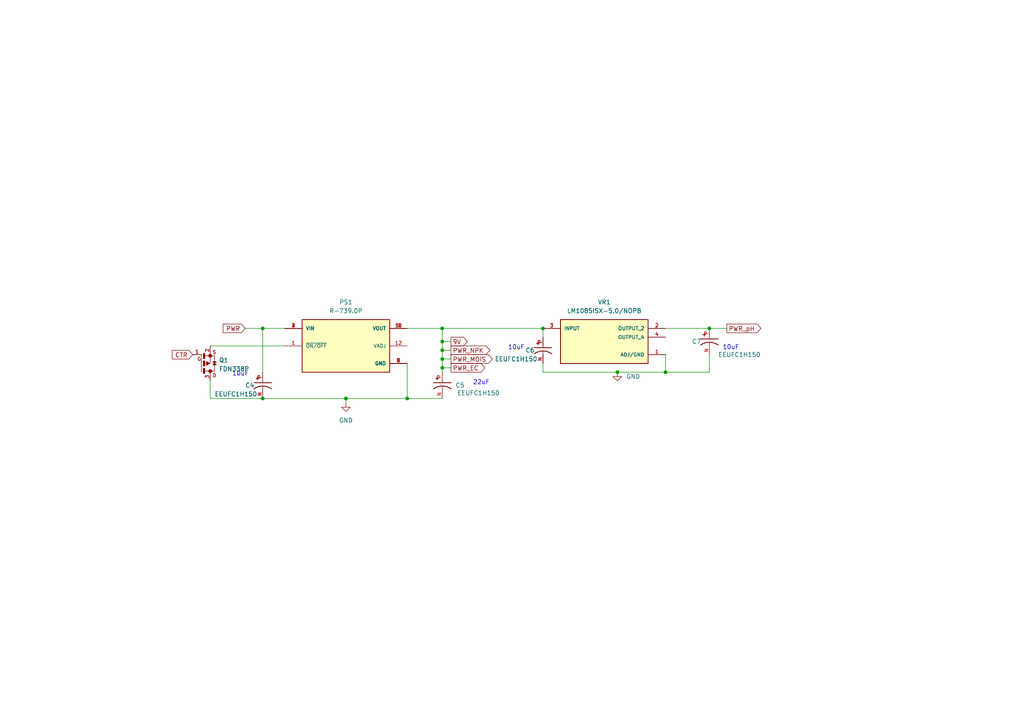
<source format=kicad_sch>
(kicad_sch (version 20211123) (generator eeschema)

  (uuid a23b6d0f-5c18-4aff-84b3-43ecffa1e2e6)

  (paper "A4")

  (title_block
    (title "Conversores")
    (date "2023-06-17")
    (company "UC3M")
    (comment 1 "Alimentación necesaria para el circuito y para los sensores de suelo.")
  )

  (lib_symbols
    (symbol "EEUFC1H150:EEUFC1H150" (pin_names (offset 1.016)) (in_bom yes) (on_board yes)
      (property "Reference" "C" (id 0) (at -2.54 3.81 0)
        (effects (font (size 1.27 1.27)) (justify left bottom))
      )
      (property "Value" "EEUFC1H150" (id 1) (at -2.54 -5.08 0)
        (effects (font (size 1.27 1.27)) (justify left bottom))
      )
      (property "Footprint" "CAPPRD200W50D500H1100" (id 2) (at 0 0 0)
        (effects (font (size 1.27 1.27)) (justify bottom) hide)
      )
      (property "Datasheet" "" (id 3) (at 0 0 0)
        (effects (font (size 1.27 1.27)) hide)
      )
      (property "MF" "PANASONIC" (id 4) (at 0 0 0)
        (effects (font (size 1.27 1.27)) (justify bottom) hide)
      )
      (property "b_max" "0.55" (id 5) (at 0 0 0)
        (effects (font (size 1.27 1.27)) (justify bottom) hide)
      )
      (property "DESCRIPTION" "FC-A" (id 6) (at 0 0 0)
        (effects (font (size 1.27 1.27)) (justify bottom) hide)
      )
      (property "b_nom" "0.5" (id 7) (at 0 0 0)
        (effects (font (size 1.27 1.27)) (justify bottom) hide)
      )
      (property "PARTREV" "20-DEC-19" (id 8) (at 0 0 0)
        (effects (font (size 1.27 1.27)) (justify bottom) hide)
      )
      (property "A_max" "11" (id 9) (at 0 0 0)
        (effects (font (size 1.27 1.27)) (justify bottom) hide)
      )
      (property "D_nom" "5" (id 10) (at 0 0 0)
        (effects (font (size 1.27 1.27)) (justify bottom) hide)
      )
      (property "e_nom" "2" (id 11) (at 0 0 0)
        (effects (font (size 1.27 1.27)) (justify bottom) hide)
      )
      (symbol "EEUFC1H150_0_0"
        (rectangle (start -1.173 -1.532) (end -0.284 -1.405)
          (stroke (width 0.1) (type default) (color 0 0 0 0))
          (fill (type outline))
        )
        (rectangle (start -0.792 -1.913) (end -0.665 -1.024)
          (stroke (width 0.1) (type default) (color 0 0 0 0))
          (fill (type outline))
        )
        (polyline
          (pts
            (xy 0 0)
            (xy 0.508 0)
          )
          (stroke (width 0.1524) (type default) (color 0 0 0 0))
          (fill (type none))
        )
        (polyline
          (pts
            (xy 0.508 0)
            (xy 0.508 -2.54)
          )
          (stroke (width 0.254) (type default) (color 0 0 0 0))
          (fill (type none))
        )
        (polyline
          (pts
            (xy 0.508 2.54)
            (xy 0.508 0)
          )
          (stroke (width 0.254) (type default) (color 0 0 0 0))
          (fill (type none))
        )
        (polyline
          (pts
            (xy 2.54 0)
            (xy 1.524 0)
          )
          (stroke (width 0.1524) (type default) (color 0 0 0 0))
          (fill (type none))
        )
        (arc (start 2.286 2.54) (mid 1.4851 0) (end 2.286 -2.54)
          (stroke (width 0.254) (type default) (color 0 0 0 0))
          (fill (type none))
        )
        (pin passive line (at 5.08 0 180) (length 2.54)
          (name "~" (effects (font (size 1.016 1.016))))
          (number "N" (effects (font (size 1.016 1.016))))
        )
        (pin passive line (at -2.54 0 0) (length 2.54)
          (name "~" (effects (font (size 1.016 1.016))))
          (number "P" (effects (font (size 1.016 1.016))))
        )
      )
    )
    (symbol "FDN338P:FDN338P" (pin_names (offset 1.016)) (in_bom yes) (on_board yes)
      (property "Reference" "Q" (id 0) (at 2.5409 0 0)
        (effects (font (size 1.27 1.27)) (justify left bottom))
      )
      (property "Value" "FDN338P" (id 1) (at 2.5438 -2.5438 0)
        (effects (font (size 1.27 1.27)) (justify left bottom))
      )
      (property "Footprint" "SSOT-3" (id 2) (at 0 0 0)
        (effects (font (size 1.27 1.27)) (justify bottom) hide)
      )
      (property "Datasheet" "" (id 3) (at 0 0 0)
        (effects (font (size 1.27 1.27)) hide)
      )
      (symbol "FDN338P_0_0"
        (rectangle (start -2.036 -2.9268) (end -1.524 -1.397)
          (stroke (width 0.1) (type default) (color 0 0 0 0))
          (fill (type outline))
        )
        (rectangle (start -2.0328 -0.7623) (end -1.524 0.762)
          (stroke (width 0.1) (type default) (color 0 0 0 0))
          (fill (type outline))
        )
        (rectangle (start -2.0327 1.3975) (end -1.524 2.921)
          (stroke (width 0.1) (type default) (color 0 0 0 0))
          (fill (type outline))
        )
        (circle (center 0 -2.2225) (radius 0.127)
          (stroke (width 0.4064) (type default) (color 0 0 0 0))
          (fill (type none))
        )
        (polyline
          (pts
            (xy -2.54 -2.54)
            (xy -2.54 2.54)
          )
          (stroke (width 0.1524) (type default) (color 0 0 0 0))
          (fill (type none))
        )
        (polyline
          (pts
            (xy -1.905 -2.2225)
            (xy 0 -2.2225)
          )
          (stroke (width 0.1524) (type default) (color 0 0 0 0))
          (fill (type none))
        )
        (polyline
          (pts
            (xy -1.5875 2.2225)
            (xy 0 2.2225)
          )
          (stroke (width 0.1524) (type default) (color 0 0 0 0))
          (fill (type none))
        )
        (polyline
          (pts
            (xy -1.0795 0)
            (xy -1.905 0)
          )
          (stroke (width 0.1524) (type default) (color 0 0 0 0))
          (fill (type none))
        )
        (polyline
          (pts
            (xy 0 -2.2225)
            (xy 0 -2.54)
          )
          (stroke (width 0.1524) (type default) (color 0 0 0 0))
          (fill (type none))
        )
        (polyline
          (pts
            (xy 0 0)
            (xy 0 -2.2225)
          )
          (stroke (width 0.1524) (type default) (color 0 0 0 0))
          (fill (type none))
        )
        (polyline
          (pts
            (xy 0 2.2225)
            (xy 1.27 2.2225)
          )
          (stroke (width 0.1524) (type default) (color 0 0 0 0))
          (fill (type none))
        )
        (polyline
          (pts
            (xy 0 2.54)
            (xy 0 2.2225)
          )
          (stroke (width 0.1524) (type default) (color 0 0 0 0))
          (fill (type none))
        )
        (polyline
          (pts
            (xy 1.27 -2.2225)
            (xy 0 -2.2225)
          )
          (stroke (width 0.1524) (type default) (color 0 0 0 0))
          (fill (type none))
        )
        (polyline
          (pts
            (xy 1.27 2.2225)
            (xy 1.27 -2.2225)
          )
          (stroke (width 0.1524) (type default) (color 0 0 0 0))
          (fill (type none))
        )
        (polyline
          (pts
            (xy -0.0635 0)
            (xy -1.0795 -0.635)
            (xy -1.0795 0.635)
            (xy -0.0635 0)
          )
          (stroke (width 0.1016) (type default) (color 0 0 0 0))
          (fill (type outline))
        )
        (polyline
          (pts
            (xy 1.27 -0.3175)
            (xy 1.778 0.4445)
            (xy 0.762 0.4445)
            (xy 1.27 -0.3175)
          )
          (stroke (width 0.1524) (type default) (color 0 0 0 0))
          (fill (type outline))
        )
        (circle (center 0 2.2225) (radius 0.127)
          (stroke (width 0.4064) (type default) (color 0 0 0 0))
          (fill (type none))
        )
        (rectangle (start 0.7623 -0.5717) (end 1.778 -0.3175)
          (stroke (width 0.1) (type default) (color 0 0 0 0))
          (fill (type outline))
        )
        (text "D" (at 0.6355 2.8596 0)
          (effects (font (size 1.0168 1.0168)) (justify left bottom))
        )
        (text "G" (at -3.8111 -1.9055 0)
          (effects (font (size 1.0163 1.0163)) (justify left bottom))
        )
        (text "S" (at 0.6359 -3.8153 0)
          (effects (font (size 1.0174 1.0174)) (justify left bottom))
        )
        (pin passive line (at -5.08 -2.54 0) (length 2.54)
          (name "~" (effects (font (size 1.016 1.016))))
          (number "1" (effects (font (size 1.016 1.016))))
        )
        (pin passive line (at 0 -5.08 90) (length 2.54)
          (name "~" (effects (font (size 1.016 1.016))))
          (number "2" (effects (font (size 1.016 1.016))))
        )
        (pin passive line (at 0 5.08 270) (length 2.54)
          (name "~" (effects (font (size 1.016 1.016))))
          (number "3" (effects (font (size 1.016 1.016))))
        )
      )
    )
    (symbol "LM1085ISX-5.0_NOPB:LM1085ISX-5.0{slash}NOPB" (pin_names (offset 1.016)) (in_bom yes) (on_board yes)
      (property "Reference" "VR" (id 0) (at -12.7 5.842 0)
        (effects (font (size 1.27 1.27)) (justify left bottom))
      )
      (property "Value" "LM1085ISX-5.0{slash}NOPB" (id 1) (at -12.7 -8.382 0)
        (effects (font (size 1.27 1.27)) (justify left top))
      )
      (property "Footprint" "TO254P1435X464-4N" (id 2) (at 0 0 0)
        (effects (font (size 1.27 1.27)) (justify bottom) hide)
      )
      (property "Datasheet" "" (id 3) (at 0 0 0)
        (effects (font (size 1.27 1.27)) hide)
      )
      (property "PARTREV" "I" (id 4) (at 0 0 0)
        (effects (font (size 1.27 1.27)) (justify bottom) hide)
      )
      (property "STANDARD" "IPC-7351B" (id 5) (at 0 0 0)
        (effects (font (size 1.27 1.27)) (justify bottom) hide)
      )
      (property "MAXIMUM_PACKAGE_HEIGHT" "4.64 mm" (id 6) (at 0 0 0)
        (effects (font (size 1.27 1.27)) (justify bottom) hide)
      )
      (property "MANUFACTURER" "Texas Instruments" (id 7) (at 0 0 0)
        (effects (font (size 1.27 1.27)) (justify bottom) hide)
      )
      (symbol "LM1085ISX-5.0{slash}NOPB_0_0"
        (rectangle (start -12.7 -7.62) (end 12.7 5.08)
          (stroke (width 0.254) (type default) (color 0 0 0 0))
          (fill (type background))
        )
        (pin power_in line (at 17.78 -5.08 180) (length 5.08)
          (name "ADJ/GND" (effects (font (size 1.016 1.016))))
          (number "1" (effects (font (size 1.016 1.016))))
        )
        (pin output line (at 17.78 2.54 180) (length 5.08)
          (name "OUTPUT_2" (effects (font (size 1.016 1.016))))
          (number "2" (effects (font (size 1.016 1.016))))
        )
        (pin input line (at -17.78 2.54 0) (length 5.08)
          (name "INPUT" (effects (font (size 1.016 1.016))))
          (number "3" (effects (font (size 1.016 1.016))))
        )
        (pin output line (at 17.78 0 180) (length 5.08)
          (name "OUTPUT_4" (effects (font (size 1.016 1.016))))
          (number "4" (effects (font (size 1.016 1.016))))
        )
      )
    )
    (symbol "R-739.0P:R-739.0P" (pin_names (offset 1.016)) (in_bom yes) (on_board yes)
      (property "Reference" "PS" (id 0) (at -12.7039 8.8979 0)
        (effects (font (size 1.27 1.27)) (justify left bottom))
      )
      (property "Value" "R-739.0P" (id 1) (at -12.7014 -10.1627 0)
        (effects (font (size 1.27 1.27)) (justify left bottom))
      )
      (property "Footprint" "CONV_R-739.0P" (id 2) (at 0 0 0)
        (effects (font (size 1.27 1.27)) (justify bottom) hide)
      )
      (property "Datasheet" "" (id 3) (at 0 0 0)
        (effects (font (size 1.27 1.27)) hide)
      )
      (property "PARTREV" "5" (id 4) (at 0 0 0)
        (effects (font (size 1.27 1.27)) (justify bottom) hide)
      )
      (property "STANDARD" "Manufacturer Recommendations" (id 5) (at 0 0 0)
        (effects (font (size 1.27 1.27)) (justify bottom) hide)
      )
      (property "MAXIMUM_PACKAGE_HEIGHT" "15.00mm" (id 6) (at 0 0 0)
        (effects (font (size 1.27 1.27)) (justify bottom) hide)
      )
      (property "MANUFACTURER" "RECOM" (id 7) (at 0 0 0)
        (effects (font (size 1.27 1.27)) (justify bottom) hide)
      )
      (symbol "R-739.0P_0_0"
        (rectangle (start -12.7 -7.62) (end 12.7 7.62)
          (stroke (width 0.254) (type default) (color 0 0 0 0))
          (fill (type background))
        )
        (pin input line (at -17.78 0 0) (length 5.08)
          (name "~{ON/OFF}" (effects (font (size 1.016 1.016))))
          (number "1" (effects (font (size 1.016 1.016))))
        )
        (pin output line (at 17.78 5.08 180) (length 5.08)
          (name "VOUT" (effects (font (size 1.016 1.016))))
          (number "10" (effects (font (size 1.016 1.016))))
        )
        (pin output line (at 17.78 5.08 180) (length 5.08)
          (name "VOUT" (effects (font (size 1.016 1.016))))
          (number "11" (effects (font (size 1.016 1.016))))
        )
        (pin passive line (at 17.78 0 180) (length 5.08)
          (name "VADJ" (effects (font (size 1.016 1.016))))
          (number "12" (effects (font (size 1.016 1.016))))
        )
        (pin input line (at -17.78 5.08 0) (length 5.08)
          (name "VIN" (effects (font (size 1.016 1.016))))
          (number "2" (effects (font (size 1.016 1.016))))
        )
        (pin input line (at -17.78 5.08 0) (length 5.08)
          (name "VIN" (effects (font (size 1.016 1.016))))
          (number "3" (effects (font (size 1.016 1.016))))
        )
        (pin input line (at -17.78 5.08 0) (length 5.08)
          (name "VIN" (effects (font (size 1.016 1.016))))
          (number "4" (effects (font (size 1.016 1.016))))
        )
        (pin power_in line (at 17.78 -5.08 180) (length 5.08)
          (name "GND" (effects (font (size 1.016 1.016))))
          (number "5" (effects (font (size 1.016 1.016))))
        )
        (pin power_in line (at 17.78 -5.08 180) (length 5.08)
          (name "GND" (effects (font (size 1.016 1.016))))
          (number "6" (effects (font (size 1.016 1.016))))
        )
        (pin power_in line (at 17.78 -5.08 180) (length 5.08)
          (name "GND" (effects (font (size 1.016 1.016))))
          (number "7" (effects (font (size 1.016 1.016))))
        )
        (pin power_in line (at 17.78 -5.08 180) (length 5.08)
          (name "GND" (effects (font (size 1.016 1.016))))
          (number "8" (effects (font (size 1.016 1.016))))
        )
        (pin output line (at 17.78 5.08 180) (length 5.08)
          (name "VOUT" (effects (font (size 1.016 1.016))))
          (number "9" (effects (font (size 1.016 1.016))))
        )
      )
    )
    (symbol "power:GND" (power) (pin_names (offset 0)) (in_bom yes) (on_board yes)
      (property "Reference" "#PWR" (id 0) (at 0 -6.35 0)
        (effects (font (size 1.27 1.27)) hide)
      )
      (property "Value" "GND" (id 1) (at 0 -3.81 0)
        (effects (font (size 1.27 1.27)))
      )
      (property "Footprint" "" (id 2) (at 0 0 0)
        (effects (font (size 1.27 1.27)) hide)
      )
      (property "Datasheet" "" (id 3) (at 0 0 0)
        (effects (font (size 1.27 1.27)) hide)
      )
      (property "ki_keywords" "power-flag" (id 4) (at 0 0 0)
        (effects (font (size 1.27 1.27)) hide)
      )
      (property "ki_description" "Power symbol creates a global label with name \"GND\" , ground" (id 5) (at 0 0 0)
        (effects (font (size 1.27 1.27)) hide)
      )
      (symbol "GND_0_1"
        (polyline
          (pts
            (xy 0 0)
            (xy 0 -1.27)
            (xy 1.27 -1.27)
            (xy 0 -2.54)
            (xy -1.27 -1.27)
            (xy 0 -1.27)
          )
          (stroke (width 0) (type default) (color 0 0 0 0))
          (fill (type none))
        )
      )
      (symbol "GND_1_1"
        (pin power_in line (at 0 0 270) (length 0) hide
          (name "GND" (effects (font (size 1.27 1.27))))
          (number "1" (effects (font (size 1.27 1.27))))
        )
      )
    )
  )

  (junction (at 179.07 107.95) (diameter 0) (color 0 0 0 0)
    (uuid 0ce9f733-bab0-4fdd-9343-35fefd3ba4a7)
  )
  (junction (at 128.27 106.68) (diameter 0) (color 0 0 0 0)
    (uuid 0d7e8b64-60d8-49f6-b4f5-ee4c00fe34b0)
  )
  (junction (at 100.33 115.57) (diameter 0) (color 0 0 0 0)
    (uuid 3c53bef0-82fa-4168-a968-34c4bd720295)
  )
  (junction (at 128.27 104.14) (diameter 0) (color 0 0 0 0)
    (uuid 3f948b3e-28d4-4f1e-a6d7-04790969f282)
  )
  (junction (at 128.27 99.06) (diameter 0) (color 0 0 0 0)
    (uuid 55285334-4ef9-4c83-8bf8-ac0f506abcac)
  )
  (junction (at 76.2 115.57) (diameter 0) (color 0 0 0 0)
    (uuid 5927ccaf-cf8d-4f29-896b-556c4e6d671b)
  )
  (junction (at 193.04 107.95) (diameter 0) (color 0 0 0 0)
    (uuid 8f048c0b-9ab0-45d0-b5ec-de87dde230b2)
  )
  (junction (at 76.2 95.25) (diameter 0) (color 0 0 0 0)
    (uuid 90b01357-a825-42df-b019-5b06b7207a35)
  )
  (junction (at 128.27 101.6) (diameter 0) (color 0 0 0 0)
    (uuid b034013b-3c53-435d-aaad-6c129810a75c)
  )
  (junction (at 205.74 95.25) (diameter 0) (color 0 0 0 0)
    (uuid d173baa3-3e90-428f-b44d-e1e89d56d000)
  )
  (junction (at 128.27 95.25) (diameter 0) (color 0 0 0 0)
    (uuid e71b4957-7473-4135-96bd-e972e16edea4)
  )
  (junction (at 118.11 115.57) (diameter 0) (color 0 0 0 0)
    (uuid ee59e55c-43f6-4444-a9f0-336babac41cc)
  )
  (junction (at 157.48 95.25) (diameter 0) (color 0 0 0 0)
    (uuid ffd951c8-c69d-4815-a488-4a4dda2823ef)
  )

  (wire (pts (xy 128.27 99.06) (xy 130.81 99.06))
    (stroke (width 0) (type default) (color 0 0 0 0))
    (uuid 0aab20c1-7b06-4165-86f9-817779771d26)
  )
  (wire (pts (xy 76.2 107.95) (xy 76.2 95.25))
    (stroke (width 0) (type default) (color 0 0 0 0))
    (uuid 0c4febe6-7e44-490e-94ee-816519d426da)
  )
  (wire (pts (xy 128.27 95.25) (xy 157.48 95.25))
    (stroke (width 0) (type default) (color 0 0 0 0))
    (uuid 0cf6ca55-b7cc-432f-b60c-b2f218bc1c1a)
  )
  (wire (pts (xy 118.11 115.57) (xy 128.27 115.57))
    (stroke (width 0) (type default) (color 0 0 0 0))
    (uuid 1b48d50d-ce6c-4593-856a-4c281b59897b)
  )
  (wire (pts (xy 128.27 104.14) (xy 130.81 104.14))
    (stroke (width 0) (type default) (color 0 0 0 0))
    (uuid 3913b73e-e920-4697-80c6-63f119b6af86)
  )
  (wire (pts (xy 205.74 107.95) (xy 193.04 107.95))
    (stroke (width 0) (type default) (color 0 0 0 0))
    (uuid 3a66c307-de23-4686-bf6e-867890fc469f)
  )
  (wire (pts (xy 128.27 101.6) (xy 128.27 104.14))
    (stroke (width 0) (type default) (color 0 0 0 0))
    (uuid 4f19cdc2-449f-4bc1-83a0-a03fd2aa1025)
  )
  (wire (pts (xy 76.2 95.25) (xy 71.12 95.25))
    (stroke (width 0) (type default) (color 0 0 0 0))
    (uuid 583b3325-a3bc-491f-b5bb-da5d9d44ecb0)
  )
  (wire (pts (xy 100.33 115.57) (xy 118.11 115.57))
    (stroke (width 0) (type default) (color 0 0 0 0))
    (uuid 5d13b45b-1478-4f54-b3be-3392bad543f6)
  )
  (wire (pts (xy 130.81 106.68) (xy 128.27 106.68))
    (stroke (width 0) (type default) (color 0 0 0 0))
    (uuid 62de26b5-2fc0-42ab-89a1-7359b3c39315)
  )
  (wire (pts (xy 60.96 110.49) (xy 60.96 115.57))
    (stroke (width 0) (type default) (color 0 0 0 0))
    (uuid 6a75d349-f049-4d12-950f-004f07a87474)
  )
  (wire (pts (xy 128.27 106.68) (xy 128.27 107.95))
    (stroke (width 0) (type default) (color 0 0 0 0))
    (uuid 779c63df-a3a8-4dda-a7a4-f0f0a085c12c)
  )
  (wire (pts (xy 157.48 107.95) (xy 179.07 107.95))
    (stroke (width 0) (type default) (color 0 0 0 0))
    (uuid 7f34415b-3522-4453-a4ad-592aa055dc52)
  )
  (wire (pts (xy 205.74 95.25) (xy 210.82 95.25))
    (stroke (width 0) (type default) (color 0 0 0 0))
    (uuid 8fc82bb6-b4b2-4c4d-aef1-ec5bc5761203)
  )
  (wire (pts (xy 157.48 95.25) (xy 157.48 97.79))
    (stroke (width 0) (type default) (color 0 0 0 0))
    (uuid 90bb920a-7a55-4d36-b739-159c18e7ac78)
  )
  (wire (pts (xy 193.04 102.87) (xy 193.04 107.95))
    (stroke (width 0) (type default) (color 0 0 0 0))
    (uuid 90de8255-74df-4535-b8c6-ea33b356bee0)
  )
  (wire (pts (xy 60.96 100.33) (xy 82.55 100.33))
    (stroke (width 0) (type default) (color 0 0 0 0))
    (uuid 91213540-c66c-44b3-8618-dddb3aa938c5)
  )
  (wire (pts (xy 193.04 107.95) (xy 179.07 107.95))
    (stroke (width 0) (type default) (color 0 0 0 0))
    (uuid 91c96023-08f7-4253-b934-00dc233e63ca)
  )
  (wire (pts (xy 76.2 95.25) (xy 82.55 95.25))
    (stroke (width 0) (type default) (color 0 0 0 0))
    (uuid 9c698bdd-7a6b-44d4-b789-880791b3e005)
  )
  (wire (pts (xy 205.74 102.87) (xy 205.74 107.95))
    (stroke (width 0) (type default) (color 0 0 0 0))
    (uuid 9f342a12-c4a2-477e-ada6-45183d838c1b)
  )
  (wire (pts (xy 76.2 115.57) (xy 100.33 115.57))
    (stroke (width 0) (type default) (color 0 0 0 0))
    (uuid a01dcebb-00d6-4696-8f3d-717db60b95df)
  )
  (wire (pts (xy 157.48 105.41) (xy 157.48 107.95))
    (stroke (width 0) (type default) (color 0 0 0 0))
    (uuid a68c014b-466f-4893-937b-9303db6a954a)
  )
  (wire (pts (xy 60.96 115.57) (xy 76.2 115.57))
    (stroke (width 0) (type default) (color 0 0 0 0))
    (uuid a87ad6b5-df6b-478a-8902-363f773edc5d)
  )
  (wire (pts (xy 193.04 95.25) (xy 205.74 95.25))
    (stroke (width 0) (type default) (color 0 0 0 0))
    (uuid a8f4c4ad-dccc-4b98-b275-966a34332fa1)
  )
  (wire (pts (xy 118.11 105.41) (xy 118.11 115.57))
    (stroke (width 0) (type default) (color 0 0 0 0))
    (uuid a920b063-15af-4674-b5bb-8eede111f51b)
  )
  (wire (pts (xy 100.33 115.57) (xy 100.33 116.84))
    (stroke (width 0) (type default) (color 0 0 0 0))
    (uuid ad6a178c-3e13-40ce-832b-1a1c69351121)
  )
  (wire (pts (xy 128.27 104.14) (xy 128.27 106.68))
    (stroke (width 0) (type default) (color 0 0 0 0))
    (uuid cab986e9-9ddb-405e-8a73-5e4525a5f575)
  )
  (wire (pts (xy 118.11 95.25) (xy 128.27 95.25))
    (stroke (width 0) (type default) (color 0 0 0 0))
    (uuid db4d2a2b-655f-4c59-83ab-8663a00e883a)
  )
  (wire (pts (xy 128.27 99.06) (xy 128.27 101.6))
    (stroke (width 0) (type default) (color 0 0 0 0))
    (uuid dd986432-812a-49a7-bb0d-cd0dd86db176)
  )
  (wire (pts (xy 128.27 95.25) (xy 128.27 99.06))
    (stroke (width 0) (type default) (color 0 0 0 0))
    (uuid ea579e08-df8f-4c51-8ee5-368b40a73061)
  )
  (wire (pts (xy 128.27 101.6) (xy 130.81 101.6))
    (stroke (width 0) (type default) (color 0 0 0 0))
    (uuid f94f816d-356b-4b11-adaf-2c011208a8cf)
  )

  (text "10uF" (at 147.32 101.6 0)
    (effects (font (size 1.27 1.27)) (justify left bottom))
    (uuid 11df60e2-488e-485e-8b12-26750a1abcef)
  )
  (text "10uF" (at 67.31 109.22 0)
    (effects (font (size 1.27 1.27)) (justify left bottom))
    (uuid 71722c59-a4e5-4463-8b46-dd48758c02e2)
  )
  (text "22uF" (at 137.16 111.76 0)
    (effects (font (size 1.27 1.27)) (justify left bottom))
    (uuid 78fe5506-918a-4a07-bf6f-befc0cc666a3)
  )
  (text "10uF" (at 209.55 101.6 0)
    (effects (font (size 1.27 1.27)) (justify left bottom))
    (uuid be6fc960-8c0d-4e19-9b8d-a17341241984)
  )

  (global_label "PWR_MOIS" (shape output) (at 130.81 104.14 0) (fields_autoplaced)
    (effects (font (size 1.27 1.27)) (justify left))
    (uuid 05893a4c-f9de-469d-90c2-8b68cca54b09)
    (property "Intersheet References" "${INTERSHEET_REFS}" (id 0) (at 142.7783 104.0606 0)
      (effects (font (size 1.27 1.27)) (justify left) hide)
    )
  )
  (global_label "9V" (shape output) (at 130.81 99.06 0) (fields_autoplaced)
    (effects (font (size 1.27 1.27)) (justify left))
    (uuid 3ce9b845-ea6d-4a76-afcd-9830492af3da)
    (property "Intersheet References" "${INTERSHEET_REFS}" (id 0) (at 135.5212 98.9806 0)
      (effects (font (size 1.27 1.27)) (justify left) hide)
    )
  )
  (global_label "PWR_pH" (shape output) (at 210.82 95.25 0) (fields_autoplaced)
    (effects (font (size 1.27 1.27)) (justify left))
    (uuid 47d34ae1-5fa2-4119-90e5-73fc49fe1898)
    (property "Intersheet References" "${INTERSHEET_REFS}" (id 0) (at 220.6717 95.1706 0)
      (effects (font (size 1.27 1.27)) (justify left) hide)
    )
  )
  (global_label "PWR_NPK" (shape output) (at 130.81 101.6 0) (fields_autoplaced)
    (effects (font (size 1.27 1.27)) (justify left))
    (uuid 52ddac06-00c8-4211-a3f3-28a74cfc44cc)
    (property "Intersheet References" "${INTERSHEET_REFS}" (id 0) (at 142.0526 101.5206 0)
      (effects (font (size 1.27 1.27)) (justify left) hide)
    )
  )
  (global_label "PWR" (shape input) (at 71.12 95.25 180) (fields_autoplaced)
    (effects (font (size 1.27 1.27)) (justify right))
    (uuid b1285f9e-5914-4802-ad4f-f9ab9fe7414c)
    (property "Intersheet References" "${INTERSHEET_REFS}" (id 0) (at 64.7155 95.1706 0)
      (effects (font (size 1.27 1.27)) (justify right) hide)
    )
  )
  (global_label "CTR" (shape input) (at 55.88 102.87 180) (fields_autoplaced)
    (effects (font (size 1.27 1.27)) (justify right))
    (uuid bf024aee-ab20-4eb8-abee-2685d87a4684)
    (property "Intersheet References" "${INTERSHEET_REFS}" (id 0) (at 49.9593 102.7906 0)
      (effects (font (size 1.27 1.27)) (justify right) hide)
    )
  )
  (global_label "PWR_EC" (shape output) (at 130.81 106.68 0) (fields_autoplaced)
    (effects (font (size 1.27 1.27)) (justify left))
    (uuid d0912c1d-c046-4a76-a0d2-236bd6de87a4)
    (property "Intersheet References" "${INTERSHEET_REFS}" (id 0) (at 140.6012 106.6006 0)
      (effects (font (size 1.27 1.27)) (justify left) hide)
    )
  )

  (symbol (lib_id "EEUFC1H150:EEUFC1H150") (at 205.74 97.79 270) (unit 1)
    (in_bom yes) (on_board yes)
    (uuid 2e1c05eb-929a-42a6-9355-fadcbd62304a)
    (property "Reference" "C7" (id 0) (at 200.66 99.06 90)
      (effects (font (size 1.27 1.27)) (justify left))
    )
    (property "Value" "EEUFC1H150" (id 1) (at 208.28 102.87 90)
      (effects (font (size 1.27 1.27)) (justify left))
    )
    (property "Footprint" "CAPPRD200W50D500H1100" (id 2) (at 205.74 97.79 0)
      (effects (font (size 1.27 1.27)) (justify bottom) hide)
    )
    (property "Datasheet" "" (id 3) (at 205.74 97.79 0)
      (effects (font (size 1.27 1.27)) hide)
    )
    (property "MF" "PANASONIC" (id 4) (at 205.74 97.79 0)
      (effects (font (size 1.27 1.27)) (justify bottom) hide)
    )
    (property "b_max" "0.55" (id 5) (at 205.74 97.79 0)
      (effects (font (size 1.27 1.27)) (justify bottom) hide)
    )
    (property "DESCRIPTION" "FC-A" (id 6) (at 205.74 97.79 0)
      (effects (font (size 1.27 1.27)) (justify bottom) hide)
    )
    (property "b_nom" "0.5" (id 7) (at 205.74 97.79 0)
      (effects (font (size 1.27 1.27)) (justify bottom) hide)
    )
    (property "PARTREV" "20-DEC-19" (id 8) (at 205.74 97.79 0)
      (effects (font (size 1.27 1.27)) (justify bottom) hide)
    )
    (property "A_max" "11" (id 9) (at 205.74 97.79 0)
      (effects (font (size 1.27 1.27)) (justify bottom) hide)
    )
    (property "D_nom" "5" (id 10) (at 205.74 97.79 0)
      (effects (font (size 1.27 1.27)) (justify bottom) hide)
    )
    (property "e_nom" "2" (id 11) (at 205.74 97.79 0)
      (effects (font (size 1.27 1.27)) (justify bottom) hide)
    )
    (pin "N" (uuid 7150d515-a39a-420c-b4d1-3ba9fe1f52c5))
    (pin "P" (uuid 9795584b-fd6b-4752-8290-18a02dd9ef35))
  )

  (symbol (lib_id "EEUFC1H150:EEUFC1H150") (at 76.2 110.49 270) (unit 1)
    (in_bom yes) (on_board yes)
    (uuid 39a9e9b4-0150-4ede-bf37-ba90dd4480cb)
    (property "Reference" "C4" (id 0) (at 71.12 111.76 90)
      (effects (font (size 1.27 1.27)) (justify left))
    )
    (property "Value" "EEUFC1H150" (id 1) (at 62.23 114.3 90)
      (effects (font (size 1.27 1.27)) (justify left))
    )
    (property "Footprint" "CAPPRD200W50D500H1100" (id 2) (at 76.2 110.49 0)
      (effects (font (size 1.27 1.27)) (justify bottom) hide)
    )
    (property "Datasheet" "" (id 3) (at 76.2 110.49 0)
      (effects (font (size 1.27 1.27)) hide)
    )
    (property "MF" "PANASONIC" (id 4) (at 76.2 110.49 0)
      (effects (font (size 1.27 1.27)) (justify bottom) hide)
    )
    (property "b_max" "0.55" (id 5) (at 76.2 110.49 0)
      (effects (font (size 1.27 1.27)) (justify bottom) hide)
    )
    (property "DESCRIPTION" "FC-A" (id 6) (at 76.2 110.49 0)
      (effects (font (size 1.27 1.27)) (justify bottom) hide)
    )
    (property "b_nom" "0.5" (id 7) (at 76.2 110.49 0)
      (effects (font (size 1.27 1.27)) (justify bottom) hide)
    )
    (property "PARTREV" "20-DEC-19" (id 8) (at 76.2 110.49 0)
      (effects (font (size 1.27 1.27)) (justify bottom) hide)
    )
    (property "A_max" "11" (id 9) (at 76.2 110.49 0)
      (effects (font (size 1.27 1.27)) (justify bottom) hide)
    )
    (property "D_nom" "5" (id 10) (at 76.2 110.49 0)
      (effects (font (size 1.27 1.27)) (justify bottom) hide)
    )
    (property "e_nom" "2" (id 11) (at 76.2 110.49 0)
      (effects (font (size 1.27 1.27)) (justify bottom) hide)
    )
    (pin "N" (uuid 8f147bc9-c635-4d10-9f11-0f80d9ce505c))
    (pin "P" (uuid f783c03f-62c1-40b1-8020-09f885c5a296))
  )

  (symbol (lib_id "FDN338P:FDN338P") (at 60.96 105.41 0) (mirror x) (unit 1)
    (in_bom yes) (on_board yes) (fields_autoplaced)
    (uuid 55571c1b-2f91-42a9-b99f-2fcc60a43876)
    (property "Reference" "Q1" (id 0) (at 63.5 104.4805 0)
      (effects (font (size 1.27 1.27)) (justify left))
    )
    (property "Value" "FDN338P" (id 1) (at 63.5 107.0205 0)
      (effects (font (size 1.27 1.27)) (justify left))
    )
    (property "Footprint" "SSOT-3" (id 2) (at 60.96 105.41 0)
      (effects (font (size 1.27 1.27)) (justify bottom) hide)
    )
    (property "Datasheet" "" (id 3) (at 60.96 105.41 0)
      (effects (font (size 1.27 1.27)) hide)
    )
    (pin "1" (uuid 029b1caf-a4cb-49f8-8a46-1c7cf1ca8e7b))
    (pin "2" (uuid 1c352344-58f2-4028-9202-5674cfff5789))
    (pin "3" (uuid b09a3d9e-9f8f-4a28-ade4-dfc7fa550fda))
  )

  (symbol (lib_id "R-739.0P:R-739.0P") (at 100.33 100.33 0) (unit 1)
    (in_bom yes) (on_board yes) (fields_autoplaced)
    (uuid 668d931b-8c15-4b79-b5bb-8b1595a55ade)
    (property "Reference" "PS1" (id 0) (at 100.33 87.63 0))
    (property "Value" "R-739.0P" (id 1) (at 100.33 90.17 0))
    (property "Footprint" "CONV_R-739.0P" (id 2) (at 100.33 100.33 0)
      (effects (font (size 1.27 1.27)) (justify bottom) hide)
    )
    (property "Datasheet" "" (id 3) (at 100.33 100.33 0)
      (effects (font (size 1.27 1.27)) hide)
    )
    (property "PARTREV" "5" (id 4) (at 100.33 100.33 0)
      (effects (font (size 1.27 1.27)) (justify bottom) hide)
    )
    (property "STANDARD" "Manufacturer Recommendations" (id 5) (at 100.33 100.33 0)
      (effects (font (size 1.27 1.27)) (justify bottom) hide)
    )
    (property "MAXIMUM_PACKAGE_HEIGHT" "15.00mm" (id 6) (at 100.33 100.33 0)
      (effects (font (size 1.27 1.27)) (justify bottom) hide)
    )
    (property "MANUFACTURER" "RECOM" (id 7) (at 100.33 100.33 0)
      (effects (font (size 1.27 1.27)) (justify bottom) hide)
    )
    (pin "1" (uuid 8e5c6c54-a856-44aa-a9d0-38c8bad17276))
    (pin "10" (uuid 8e6fb8ad-2d5d-4690-936d-93b707ce46b7))
    (pin "11" (uuid 8a53c328-4f01-4bc4-bba3-56c04f249ab1))
    (pin "12" (uuid 66d196d6-8a94-4656-98f7-9b5cb0b405ab))
    (pin "2" (uuid ab2e8c81-fab1-4316-92de-a60b655bbe5f))
    (pin "3" (uuid 29406270-2d1e-4b97-a82f-1ee502a06d61))
    (pin "4" (uuid 870a59e9-2268-4cb5-83ea-660eb5e73096))
    (pin "5" (uuid bb0ca8be-eaa8-422a-8612-44a02a8d31b1))
    (pin "6" (uuid 9e497428-a409-42a9-ab86-666a444c7267))
    (pin "7" (uuid cd3c9e95-cca8-4fca-ba24-a9813f09f3f4))
    (pin "8" (uuid 9ed25643-94a7-4328-9163-c4547a071777))
    (pin "9" (uuid 9c282055-f762-40d6-95db-ed1f7defed0a))
  )

  (symbol (lib_id "EEUFC1H150:EEUFC1H150") (at 128.27 110.49 270) (unit 1)
    (in_bom yes) (on_board yes)
    (uuid a3f29bde-ad16-455c-aa0e-d295ba275824)
    (property "Reference" "C5" (id 0) (at 132.08 111.76 90)
      (effects (font (size 1.27 1.27)) (justify left))
    )
    (property "Value" "EEUFC1H150" (id 1) (at 132.5876 113.9855 90)
      (effects (font (size 1.27 1.27)) (justify left))
    )
    (property "Footprint" "CAPPRD200W50D500H1100" (id 2) (at 128.27 110.49 0)
      (effects (font (size 1.27 1.27)) (justify bottom) hide)
    )
    (property "Datasheet" "" (id 3) (at 128.27 110.49 0)
      (effects (font (size 1.27 1.27)) hide)
    )
    (property "MF" "PANASONIC" (id 4) (at 128.27 110.49 0)
      (effects (font (size 1.27 1.27)) (justify bottom) hide)
    )
    (property "b_max" "0.55" (id 5) (at 128.27 110.49 0)
      (effects (font (size 1.27 1.27)) (justify bottom) hide)
    )
    (property "DESCRIPTION" "FC-A" (id 6) (at 128.27 110.49 0)
      (effects (font (size 1.27 1.27)) (justify bottom) hide)
    )
    (property "b_nom" "0.5" (id 7) (at 128.27 110.49 0)
      (effects (font (size 1.27 1.27)) (justify bottom) hide)
    )
    (property "PARTREV" "20-DEC-19" (id 8) (at 128.27 110.49 0)
      (effects (font (size 1.27 1.27)) (justify bottom) hide)
    )
    (property "A_max" "11" (id 9) (at 128.27 110.49 0)
      (effects (font (size 1.27 1.27)) (justify bottom) hide)
    )
    (property "D_nom" "5" (id 10) (at 128.27 110.49 0)
      (effects (font (size 1.27 1.27)) (justify bottom) hide)
    )
    (property "e_nom" "2" (id 11) (at 128.27 110.49 0)
      (effects (font (size 1.27 1.27)) (justify bottom) hide)
    )
    (pin "N" (uuid 211371d1-8a50-4626-932b-6fc313aa49e2))
    (pin "P" (uuid b99504a9-95cc-420a-93dc-097df864e7c0))
  )

  (symbol (lib_id "LM1085ISX-5.0_NOPB:LM1085ISX-5.0{slash}NOPB") (at 175.26 97.79 0) (unit 1)
    (in_bom yes) (on_board yes) (fields_autoplaced)
    (uuid a5f8d364-c971-4f69-96cf-f0e58a573343)
    (property "Reference" "VR1" (id 0) (at 175.26 87.63 0))
    (property "Value" "LM1085ISX-5.0/NOPB" (id 1) (at 175.26 90.17 0))
    (property "Footprint" "TO254P1435X464-4N" (id 2) (at 175.26 97.79 0)
      (effects (font (size 1.27 1.27)) (justify bottom) hide)
    )
    (property "Datasheet" "" (id 3) (at 175.26 97.79 0)
      (effects (font (size 1.27 1.27)) hide)
    )
    (property "PARTREV" "I" (id 4) (at 175.26 97.79 0)
      (effects (font (size 1.27 1.27)) (justify bottom) hide)
    )
    (property "STANDARD" "IPC-7351B" (id 5) (at 175.26 97.79 0)
      (effects (font (size 1.27 1.27)) (justify bottom) hide)
    )
    (property "MAXIMUM_PACKAGE_HEIGHT" "4.64 mm" (id 6) (at 175.26 97.79 0)
      (effects (font (size 1.27 1.27)) (justify bottom) hide)
    )
    (property "MANUFACTURER" "Texas Instruments" (id 7) (at 175.26 97.79 0)
      (effects (font (size 1.27 1.27)) (justify bottom) hide)
    )
    (pin "1" (uuid 5f64e195-2c14-4e8a-bd5b-9e3ecf1908d0))
    (pin "2" (uuid e7656057-e0e0-48f9-a32b-542680cca46d))
    (pin "3" (uuid 1ae843e6-5b19-4979-850a-bd937cbe8063))
    (pin "4" (uuid 0122ef1c-383f-41f0-b44d-b4e1a6ed144d))
  )

  (symbol (lib_id "power:GND") (at 100.33 116.84 0) (unit 1)
    (in_bom yes) (on_board yes) (fields_autoplaced)
    (uuid b76bd4d8-11ce-46d6-bd7f-3795318552e0)
    (property "Reference" "#PWR0106" (id 0) (at 100.33 123.19 0)
      (effects (font (size 1.27 1.27)) hide)
    )
    (property "Value" "GND" (id 1) (at 100.33 121.92 0))
    (property "Footprint" "" (id 2) (at 100.33 116.84 0)
      (effects (font (size 1.27 1.27)) hide)
    )
    (property "Datasheet" "" (id 3) (at 100.33 116.84 0)
      (effects (font (size 1.27 1.27)) hide)
    )
    (pin "1" (uuid 5f4b62c9-0b30-49c8-bb9a-2d34f9518339))
  )

  (symbol (lib_id "power:GND") (at 179.07 107.95 0) (unit 1)
    (in_bom yes) (on_board yes) (fields_autoplaced)
    (uuid becc5a68-ae09-43ef-94d0-bf0dc1ead507)
    (property "Reference" "#PWR0105" (id 0) (at 179.07 114.3 0)
      (effects (font (size 1.27 1.27)) hide)
    )
    (property "Value" "GND" (id 1) (at 181.61 109.2199 0)
      (effects (font (size 1.27 1.27)) (justify left))
    )
    (property "Footprint" "" (id 2) (at 179.07 107.95 0)
      (effects (font (size 1.27 1.27)) hide)
    )
    (property "Datasheet" "" (id 3) (at 179.07 107.95 0)
      (effects (font (size 1.27 1.27)) hide)
    )
    (pin "1" (uuid 88126aec-d758-43db-b2cc-5f2df10539cb))
  )

  (symbol (lib_id "EEUFC1H150:EEUFC1H150") (at 157.48 100.33 270) (unit 1)
    (in_bom yes) (on_board yes)
    (uuid dea4a7f1-af4e-451d-bafc-dd485d945d61)
    (property "Reference" "C6" (id 0) (at 152.4 101.6 90)
      (effects (font (size 1.27 1.27)) (justify left))
    )
    (property "Value" "EEUFC1H150" (id 1) (at 143.51 104.14 90)
      (effects (font (size 1.27 1.27)) (justify left))
    )
    (property "Footprint" "CAPPRD200W50D500H1100" (id 2) (at 157.48 100.33 0)
      (effects (font (size 1.27 1.27)) (justify bottom) hide)
    )
    (property "Datasheet" "" (id 3) (at 157.48 100.33 0)
      (effects (font (size 1.27 1.27)) hide)
    )
    (property "MF" "PANASONIC" (id 4) (at 157.48 100.33 0)
      (effects (font (size 1.27 1.27)) (justify bottom) hide)
    )
    (property "b_max" "0.55" (id 5) (at 157.48 100.33 0)
      (effects (font (size 1.27 1.27)) (justify bottom) hide)
    )
    (property "DESCRIPTION" "FC-A" (id 6) (at 157.48 100.33 0)
      (effects (font (size 1.27 1.27)) (justify bottom) hide)
    )
    (property "b_nom" "0.5" (id 7) (at 157.48 100.33 0)
      (effects (font (size 1.27 1.27)) (justify bottom) hide)
    )
    (property "PARTREV" "20-DEC-19" (id 8) (at 157.48 100.33 0)
      (effects (font (size 1.27 1.27)) (justify bottom) hide)
    )
    (property "A_max" "11" (id 9) (at 157.48 100.33 0)
      (effects (font (size 1.27 1.27)) (justify bottom) hide)
    )
    (property "D_nom" "5" (id 10) (at 157.48 100.33 0)
      (effects (font (size 1.27 1.27)) (justify bottom) hide)
    )
    (property "e_nom" "2" (id 11) (at 157.48 100.33 0)
      (effects (font (size 1.27 1.27)) (justify bottom) hide)
    )
    (pin "N" (uuid 102cf18f-4d70-4f6f-88dd-688c1039c4eb))
    (pin "P" (uuid edf2ac6b-c34d-4242-949b-2f3a2ebb2d02))
  )
)

</source>
